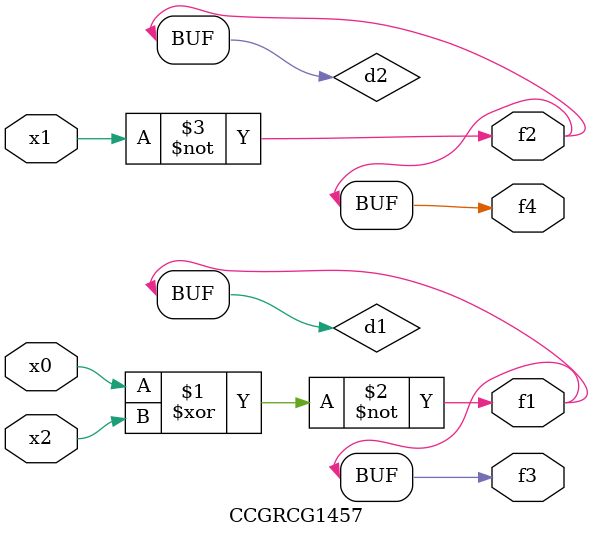
<source format=v>
module CCGRCG1457(
	input x0, x1, x2,
	output f1, f2, f3, f4
);

	wire d1, d2, d3;

	xnor (d1, x0, x2);
	nand (d2, x1);
	nor (d3, x1, x2);
	assign f1 = d1;
	assign f2 = d2;
	assign f3 = d1;
	assign f4 = d2;
endmodule

</source>
